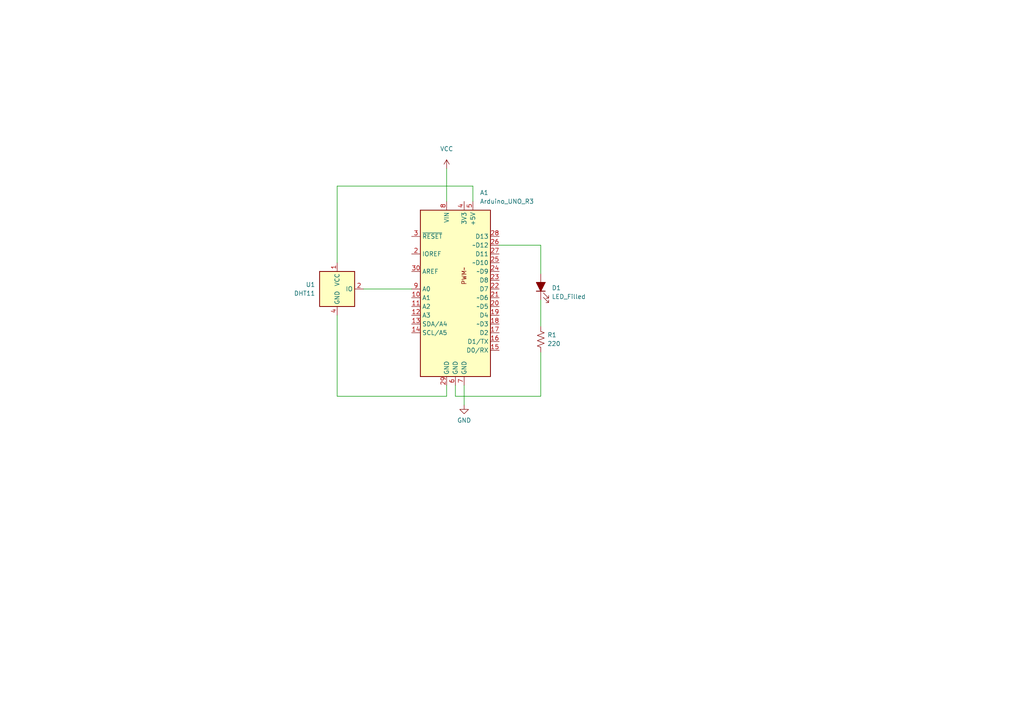
<source format=kicad_sch>
(kicad_sch (version 20211123) (generator eeschema)
  (paper "A4")
  (lib_symbols
    (symbol "Arduino:Arduino_UNO_R3"
      (property "Reference" "A" (at -10.16 23.495 0))
      (property "Value" "Arduino_UNO_R3" (at 5.08 -26.67 0))
      (symbol "Arduino_UNO_R3_0_0"
        (text "PWM~" (at 2.54 3.81 900) (effects (font (size 1.27 1.27))))
      )
      (symbol "Arduino_UNO_R3_0_1"
        (rectangle (start -10.16 22.86) (end 10.16 -25.4) (stroke (width 0.254)) (fill (type background)))
      )
      (symbol "Arduino_UNO_R3_1_1"
        (pin bidirectional line (at -12.7 -2.54 0) (length 2.54) (name "A1") (number "10"))
        (pin bidirectional line (at -12.7 -5.08 0) (length 2.54) (name "A2") (number "11"))
        (pin bidirectional line (at -12.7 -7.62 0) (length 2.54) (name "A3") (number "12"))
        (pin bidirectional line (at -12.7 -10.16 0) (length 2.54) (name "SDA/A4") (number "13"))
        (pin bidirectional line (at -12.7 -12.7 0) (length 2.54) (name "SCL/A5") (number "14"))
        (pin bidirectional line (at 12.7 -17.78 180) (length 2.54) (name "D0/RX") (number "15"))
        (pin bidirectional line (at 12.7 -15.24 180) (length 2.54) (name "D1/TX") (number "16"))
        (pin bidirectional line (at 12.7 -12.7 180) (length 2.54) (name "D2") (number "17"))
        (pin bidirectional line (at 12.7 -10.16 180) (length 2.54) (name "~D3") (number "18"))
        (pin bidirectional line (at 12.7 -7.62 180) (length 2.54) (name "D4") (number "19"))
        (pin output line (at -12.7 10.16 0) (length 2.54) (name "IOREF") (number "2"))
        (pin bidirectional line (at 12.7 -5.08 180) (length 2.54) (name "~D5") (number "20"))
        (pin bidirectional line (at 12.7 -2.54 180) (length 2.54) (name "~D6") (number "21"))
        (pin bidirectional line (at 12.7 0 180) (length 2.54) (name "D7") (number "22"))
        (pin bidirectional line (at 12.7 2.54 180) (length 2.54) (name "D8") (number "23"))
        (pin bidirectional line (at 12.7 5.08 180) (length 2.54) (name "~D9") (number "24"))
        (pin bidirectional line (at 12.7 7.62 180) (length 2.54) (name "~D10") (number "25"))
        (pin bidirectional line (at 12.7 12.7 180) (length 2.54) (name "~D12") (number "26"))
        (pin bidirectional line (at 12.7 10.16 180) (length 2.54) (name "D11") (number "27"))
        (pin bidirectional line (at 12.7 15.24 180) (length 2.54) (name "D13") (number "28"))
        (pin power_in line (at -2.54 -27.94 90) (length 2.54) (name "GND") (number "29"))
        (pin input line (at -12.7 15.24 0) (length 2.54) (name "~{RESET}") (number "3"))
        (pin input line (at -12.7 5.08 0) (length 2.54) (name "AREF") (number "30"))
        (pin power_out line (at 2.54 25.4 270) (length 2.54) (name "3V3") (number "4"))
        (pin power_out line (at 5.08 25.4 270) (length 2.54) (name "+5V") (number "5"))
        (pin power_in line (at 0 -27.94 90) (length 2.54) (name "GND") (number "6"))
        (pin power_in line (at 2.54 -27.94 90) (length 2.54) (name "GND") (number "7"))
        (pin power_in line (at -2.54 25.4 270) (length 2.54) (name "VIN") (number "8"))
        (pin bidirectional line (at -12.7 0 0) (length 2.54) (name "A0") (number "9"))
      )
    )
    (symbol "Device:LED_Filled" (pin_numbers hide) (pin_names (offset 1.016) hide)
      (property "Reference" "D" (at 0 2.54 0))
      (property "Value" "LED_Filled" (at 0 -2.54 0))
      (symbol "LED_Filled_0_1"
        (polyline (pts (xy -1.27 -1.27) (xy -1.27 1.27)) (stroke (width 0.254)))
        (polyline (pts (xy -1.27 0) (xy 1.27 0)))
        (polyline (pts (xy 1.27 -1.27) (xy 1.27 1.27) (xy -1.27 0) (xy 1.27 -1.27)) (stroke (width 0.254)) (fill (type outline)))
        (polyline (pts (xy -3.048 -0.762) (xy -4.572 -2.286) (xy -3.81 -2.286) (xy -4.572 -2.286) (xy -4.572 -1.524)))
        (polyline (pts (xy -1.778 -0.762) (xy -3.302 -2.286) (xy -2.54 -2.286) (xy -3.302 -2.286) (xy -3.302 -1.524)))
      )
      (symbol "LED_Filled_1_1"
        (pin passive line (at -3.81 0 0) (length 2.54) (name "K") (number "1"))
        (pin passive line (at 3.81 0 180) (length 2.54) (name "A") (number "2"))
      )
    )
    (symbol "Device:R_US" (pin_numbers hide) (pin_names (offset 0))
      (property "Reference" "R" (at 2.54 0 90))
      (property "Value" "R_US" (at -2.54 0 90))
      (symbol "R_US_0_1"
        (polyline (pts (xy 0 -2.286) (xy 0 -2.54)))
        (polyline (pts (xy 0 2.286) (xy 0 2.54)))
        (polyline (pts (xy 0 -0.762) (xy 1.016 -1.143) (xy 0 -1.524) (xy -1.016 -1.905) (xy 0 -2.286)))
        (polyline (pts (xy 0 0.762) (xy 1.016 0.381) (xy 0 0) (xy -1.016 -0.381) (xy 0 -0.762)))
        (polyline (pts (xy 0 2.286) (xy 1.016 1.905) (xy 0 1.524) (xy -1.016 1.143) (xy 0 0.762)))
      )
      (symbol "R_US_1_1"
        (pin passive line (at 0 3.81 270) (length 1.27) (name "~") (number "1"))
        (pin passive line (at 0 -3.81 90) (length 1.27) (name "~") (number "2"))
      )
    )
    (symbol "Sensor:DHT11"
      (property "Reference" "U" (at -3.81 6.35 0))
      (property "Value" "DHT11" (at 3.81 6.35 0))
      (symbol "DHT11_0_1"
        (rectangle (start -5.08 5.08) (end 5.08 -5.08) (stroke (width 0.254)) (fill (type background)))
      )
      (symbol "DHT11_1_1"
        (pin power_in line (at 0 7.62 270) (length 2.54) (name "VCC") (number "1"))
        (pin bidirectional line (at 7.62 0 180) (length 2.54) (name "IO") (number "2"))
        (pin no_connect line (at -5.08 0 0) (length 2.54) hide (name "NC") (number "3"))
        (pin power_in line (at 0 -7.62 90) (length 2.54) (name "GND") (number "4"))
      )
    )
    (symbol "power:GND" (power) (pin_names (offset 0))
      (property "Value" "GND" (at 0 -3.81 0))
      (symbol "GND_0_1"
        (polyline (pts (xy 0 0) (xy 0 -1.27) (xy 1.27 -1.27) (xy 0 -2.54) (xy -1.27 -1.27) (xy 0 -1.27)))
      )
      (symbol "GND_1_1"
        (pin power_in line (at 0 0 270) (length 0) hide (name "GND") (number "1"))
      )
    )
    (symbol "power:VCC" (power) (pin_names (offset 0))
      (property "Value" "VCC" (at 0 3.81 0))
      (symbol "VCC_0_1"
        (polyline (pts (xy -0.762 1.27) (xy 0 2.54)))
        (polyline (pts (xy 0 0) (xy 0 2.54)))
        (polyline (pts (xy 0 2.54) (xy 0.762 1.27)))
      )
      (symbol "VCC_1_1"
        (pin power_in line (at 0 0 90) (length 0) hide (name "VCC") (number "1"))
      )
    )
  )
  (wire (pts (xy 129.54 48.895) (xy 129.54 58.42)))
  (wire (pts (xy 144.78 71.12) (xy 156.845 71.12)))
  (wire (pts (xy 129.54 114.935) (xy 129.54 111.76)))
  (wire (pts (xy 132.08 114.935) (xy 132.08 111.76)))
  (wire (pts (xy 156.845 102.235) (xy 156.845 114.935)))
  (wire (pts (xy 97.79 114.935) (xy 129.54 114.935)))
  (wire (pts (xy 97.79 53.975) (xy 137.16 53.975)))
  (wire (pts (xy 105.41 83.82) (xy 119.38 83.82)))
  (wire (pts (xy 97.79 91.44) (xy 97.79 114.935)))
  (wire (pts (xy 134.62 111.76) (xy 134.62 117.475)))
  (wire (pts (xy 156.845 86.995) (xy 156.845 94.615)))
  (wire (pts (xy 156.845 114.935) (xy 132.08 114.935)))
  (wire (pts (xy 156.845 71.12) (xy 156.845 79.375)))
  (wire (pts (xy 97.79 76.2) (xy 97.79 53.975)))
  (wire (pts (xy 137.16 53.975) (xy 137.16 58.42)))
  (symbol (lib_id "power:GND") (at 134.62 117.475 0) (unit 1)
    (property "Reference" "#PWR?" (effects hide))
    (property "Value" "GND" (at 134.62 121.92 0))
  )
  (symbol (lib_id "Arduino:Arduino_UNO_R3") (at 132.08 83.82 0) (unit 1)
    (property "Reference" "A1" (at 139.1794 55.88 0) (effects (justify left)))
    (property "Value" "Arduino_UNO_R3" (at 139.1794 58.42 0) (effects (justify left)))
    (property "Footprint" "Module:Arduino_UNO_R3" (effects hide))
    (property "Datasheet" "https://www.arduino.cc/en/Main/arduinoBoardUno" (effects hide))
  )
  (symbol (lib_id "power:VCC") (at 129.54 48.895 0) (unit 1)
    (property "Reference" "#PWR?" (effects hide))
    (property "Value" "VCC" (at 129.54 43.18 0))
  )
  (symbol (lib_id "Device:LED_Filled") (at 156.845 83.185 90) (unit 1)
    (property "Reference" "D1" (at 160.02 83.5024 90) (effects (justify right)))
    (property "Value" "LED_Filled" (at 160.02 86.0424 90) (effects (justify right)))
  )
  (symbol (lib_id "Sensor:DHT11") (at 97.79 83.82 0) (unit 1)
    (property "Reference" "U1" (at 91.44 82.5499 0) (effects (justify right)))
    (property "Value" "DHT11" (at 91.44 85.0899 0) (effects (justify right)))
    (property "Footprint" "Sensor:Aosong_DHT11_5.5x12.0_P2.54mm" (effects hide))
    (property "Datasheet" "http://akizukidenshi.com/download/ds/aosong/DHT11.pdf" (effects hide))
  )
  (symbol (lib_id "Device:R_US") (at 156.845 98.425 0) (unit 1)
    (property "Reference" "R1" (at 158.75 97.1549 0) (effects (justify left)))
    (property "Value" "220" (at 158.75 99.6949 0) (effects (justify left)))
  )
)
</source>
